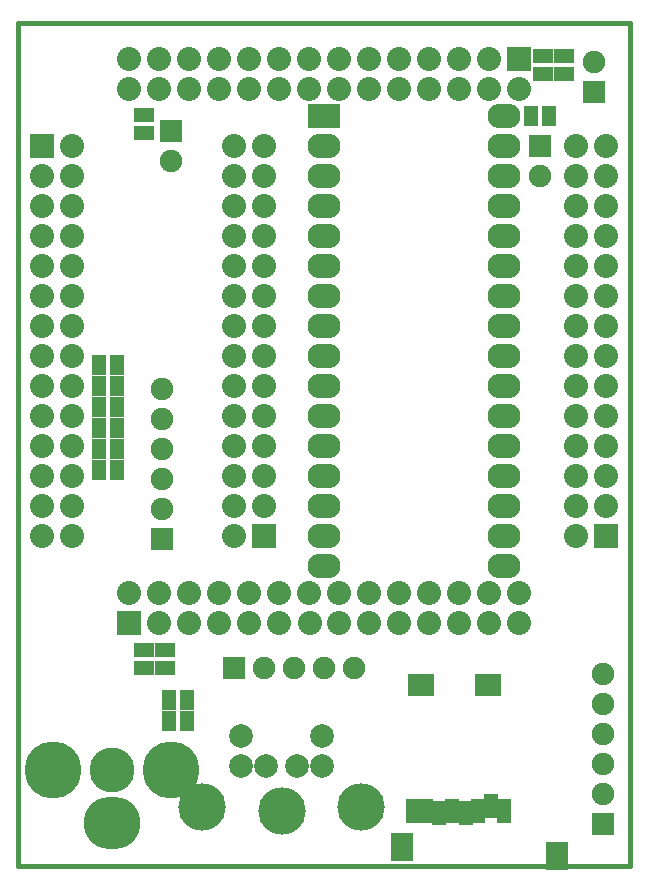
<source format=gts>
G04 (created by PCBNEW (2013-07-07 BZR 4022)-stable) date 11/10/2018 5:54:12 PM*
%MOIN*%
G04 Gerber Fmt 3.4, Leading zero omitted, Abs format*
%FSLAX34Y34*%
G01*
G70*
G90*
G04 APERTURE LIST*
%ADD10C,0.00590551*%
%ADD11C,0.015*%
%ADD12O,0.19X0.175*%
%ADD13C,0.19*%
%ADD14C,0.15*%
%ADD15R,0.0908661X0.0751181*%
%ADD16R,0.0751181X0.0948031*%
%ADD17R,0.0514961X0.0790551*%
%ADD18C,0.075*%
%ADD19R,0.075X0.075*%
%ADD20C,0.08*%
%ADD21R,0.08X0.08*%
%ADD22R,0.065X0.045*%
%ADD23R,0.045X0.065*%
%ADD24R,0.11X0.082*%
%ADD25O,0.11X0.082*%
%ADD26C,0.0790551*%
%ADD27C,0.157795*%
G04 APERTURE END LIST*
G54D10*
G54D11*
X45100Y-51500D02*
X45100Y-23400D01*
X65500Y-51500D02*
X45100Y-51500D01*
X65500Y-23400D02*
X65500Y-51500D01*
X45100Y-23400D02*
X65500Y-23400D01*
G54D12*
X48250Y-50070D03*
G54D13*
X46280Y-48300D03*
G54D14*
X48250Y-48300D03*
G54D13*
X50220Y-48300D03*
G54D15*
X58545Y-45450D03*
G54D16*
X57915Y-50850D03*
G54D17*
X59583Y-49650D03*
X59150Y-49728D03*
X58284Y-49650D03*
X58717Y-49650D03*
X60449Y-49650D03*
X60036Y-49728D03*
X60882Y-49492D03*
X61315Y-49650D03*
G54D16*
X63092Y-51150D03*
G54D15*
X60789Y-45450D03*
G54D18*
X49900Y-35600D03*
X49900Y-36600D03*
X49900Y-37600D03*
X49900Y-38600D03*
G54D19*
X49900Y-40600D03*
G54D18*
X49900Y-39600D03*
G54D20*
X45900Y-31500D03*
X45900Y-30500D03*
X45900Y-29500D03*
X45900Y-28500D03*
X46900Y-40500D03*
X46900Y-39500D03*
X46900Y-38500D03*
X46900Y-37500D03*
X46900Y-36500D03*
X45900Y-40500D03*
X46900Y-35500D03*
X45900Y-39500D03*
X46900Y-34500D03*
X45900Y-38500D03*
X46900Y-33500D03*
X45900Y-37500D03*
X46900Y-32500D03*
X45900Y-36500D03*
X46900Y-31500D03*
X45900Y-35500D03*
X46900Y-30500D03*
X45900Y-34500D03*
X46900Y-29500D03*
X45900Y-33500D03*
X46900Y-28500D03*
X45900Y-32500D03*
X46900Y-27500D03*
G54D21*
X45900Y-27500D03*
X64700Y-40500D03*
G54D20*
X63700Y-40500D03*
X64700Y-35500D03*
X63700Y-39500D03*
X64700Y-34500D03*
X63700Y-38500D03*
X64700Y-33500D03*
X63700Y-37500D03*
X64700Y-32500D03*
X63700Y-36500D03*
X64700Y-31500D03*
X63700Y-35500D03*
X64700Y-30500D03*
X63700Y-34500D03*
X64700Y-29500D03*
X63700Y-33500D03*
X64700Y-28500D03*
X63700Y-32500D03*
X64700Y-27500D03*
X63700Y-31500D03*
X63700Y-30500D03*
X63700Y-29500D03*
X63700Y-28500D03*
X63700Y-27500D03*
X64700Y-39500D03*
X64700Y-38500D03*
X64700Y-37500D03*
X64700Y-36500D03*
X57800Y-24600D03*
X58800Y-24600D03*
X59800Y-24600D03*
X60800Y-24600D03*
X48800Y-25600D03*
X49800Y-25600D03*
X50800Y-25600D03*
X51800Y-25600D03*
X52800Y-25600D03*
X48800Y-24600D03*
X53800Y-25600D03*
X49800Y-24600D03*
X54800Y-25600D03*
X50800Y-24600D03*
X55800Y-25600D03*
X51800Y-24600D03*
X56800Y-25600D03*
X52800Y-24600D03*
X57800Y-25600D03*
X53800Y-24600D03*
X58800Y-25600D03*
X54800Y-24600D03*
X59800Y-25600D03*
X55800Y-24600D03*
X60800Y-25600D03*
X56800Y-24600D03*
X61800Y-25600D03*
G54D21*
X61800Y-24600D03*
X48800Y-43400D03*
G54D20*
X48800Y-42400D03*
X53800Y-43400D03*
X49800Y-42400D03*
X54850Y-43400D03*
X50800Y-42400D03*
X55800Y-43400D03*
X51800Y-42400D03*
X56800Y-43400D03*
X52800Y-42400D03*
X57800Y-43400D03*
X53800Y-42400D03*
X58800Y-43400D03*
X54800Y-42400D03*
X59800Y-43400D03*
X55800Y-42400D03*
X60800Y-43400D03*
X56800Y-42400D03*
X61800Y-43400D03*
X57800Y-42400D03*
X58800Y-42400D03*
X59800Y-42400D03*
X60800Y-42400D03*
X61800Y-42400D03*
X49800Y-43400D03*
X50800Y-43400D03*
X51800Y-43400D03*
X52800Y-43400D03*
G54D22*
X50000Y-44300D03*
X50000Y-44900D03*
X49300Y-44300D03*
X49300Y-44900D03*
G54D23*
X47800Y-37600D03*
X48400Y-37600D03*
X47800Y-34800D03*
X48400Y-34800D03*
X47800Y-35500D03*
X48400Y-35500D03*
X47800Y-36200D03*
X48400Y-36200D03*
X47800Y-36900D03*
X48400Y-36900D03*
X47800Y-38300D03*
X48400Y-38300D03*
G54D19*
X64600Y-50100D03*
G54D18*
X64600Y-49100D03*
X64600Y-48100D03*
X64600Y-47100D03*
X64600Y-46100D03*
X64600Y-45100D03*
G54D24*
X55300Y-26500D03*
G54D25*
X55300Y-27500D03*
X55300Y-28500D03*
X55300Y-29500D03*
X55300Y-30500D03*
X55300Y-31500D03*
X55300Y-32500D03*
X55300Y-33500D03*
X55300Y-34500D03*
X55300Y-35500D03*
X55300Y-36500D03*
X55300Y-37500D03*
X55300Y-38500D03*
X55300Y-39500D03*
X55300Y-40500D03*
X55300Y-41500D03*
X61300Y-41500D03*
X61300Y-40500D03*
X61300Y-39500D03*
X61300Y-38500D03*
X61300Y-37500D03*
X61300Y-36500D03*
X61300Y-35500D03*
X61300Y-34500D03*
X61300Y-33500D03*
X61300Y-32500D03*
X61300Y-31500D03*
X61300Y-30500D03*
X61300Y-29500D03*
X61300Y-28500D03*
X61300Y-27500D03*
X61300Y-26500D03*
G54D23*
X62200Y-26500D03*
X62800Y-26500D03*
G54D26*
X54409Y-48153D03*
X53390Y-48153D03*
X52559Y-48153D03*
X52559Y-47169D03*
X55240Y-47169D03*
G54D27*
X51242Y-49531D03*
X56557Y-49531D03*
X53900Y-49649D03*
G54D26*
X55240Y-48153D03*
G54D22*
X63300Y-24500D03*
X63300Y-25100D03*
X62600Y-25100D03*
X62600Y-24500D03*
G54D19*
X64300Y-25700D03*
G54D18*
X64300Y-24700D03*
G54D19*
X50200Y-27000D03*
G54D18*
X50200Y-28000D03*
G54D19*
X62500Y-27500D03*
G54D18*
X62500Y-28500D03*
G54D19*
X52300Y-44900D03*
G54D18*
X53300Y-44900D03*
X54300Y-44900D03*
X55300Y-44900D03*
X56300Y-44900D03*
G54D22*
X49300Y-27050D03*
X49300Y-26450D03*
G54D20*
X52300Y-27500D03*
X53300Y-27500D03*
G54D21*
X53300Y-40500D03*
G54D20*
X52300Y-40500D03*
X53300Y-39500D03*
X52300Y-39500D03*
X53300Y-38500D03*
X52300Y-38500D03*
X53300Y-37500D03*
X52300Y-37500D03*
X53300Y-36500D03*
X52300Y-36500D03*
X53300Y-35500D03*
X52300Y-35500D03*
X53300Y-34500D03*
X52300Y-34500D03*
X53300Y-33500D03*
X52300Y-33500D03*
X53300Y-32500D03*
X52300Y-32500D03*
X53300Y-31500D03*
X52300Y-31500D03*
X53300Y-30500D03*
X52300Y-30500D03*
X53300Y-29500D03*
X52300Y-29500D03*
X53300Y-28500D03*
X52300Y-28500D03*
G54D23*
X50750Y-46650D03*
X50150Y-46650D03*
X50750Y-45950D03*
X50150Y-45950D03*
M02*

</source>
